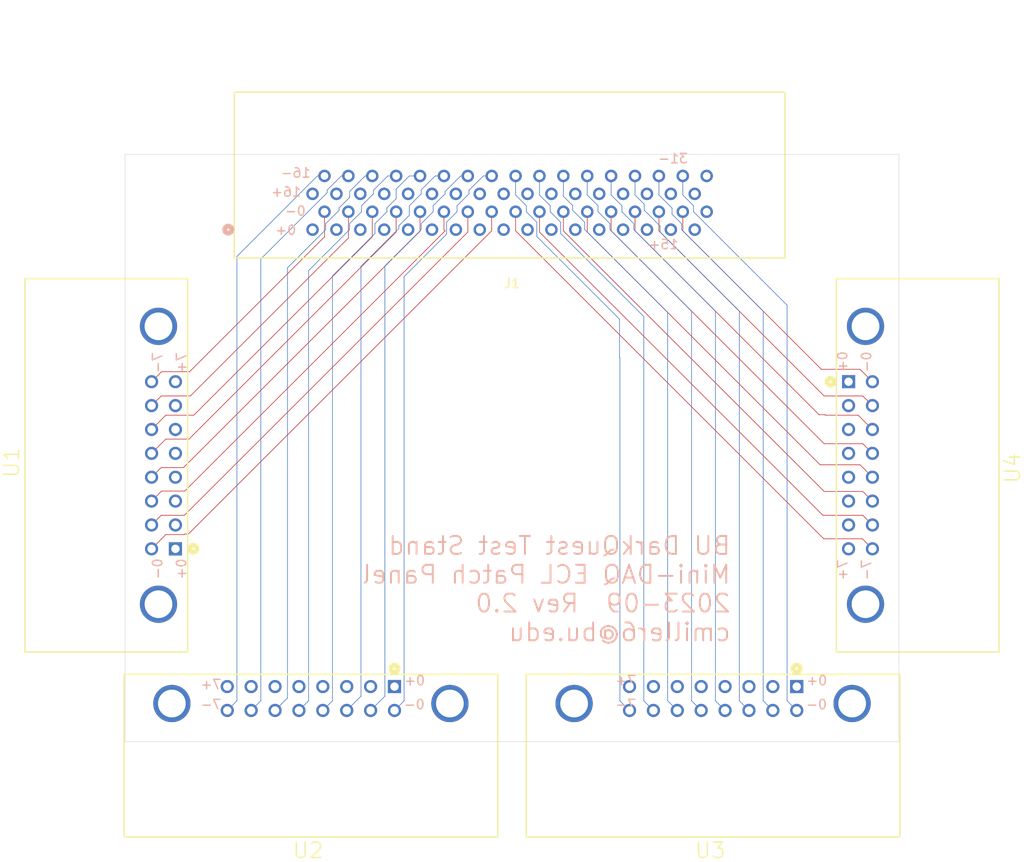
<source format=kicad_pcb>
(kicad_pcb (version 20221018) (generator pcbnew)
  (title_block (title "DarkQuest Mini-DAQ ECL Patch Panel") (rev "2.0"))
  (layers (0 "F.Cu" signal) (1 "In1.Cu" signal) (2 "In2.Cu" signal) (31 "B.Cu" signal) (34 "B.Paste" user) (35 "F.Paste" user) (36 "B.SilkS" user "B.Silkscreen") (37 "F.SilkS" user "F.Silkscreen") (38 "B.Mask" user) (39 "F.Mask" user) (44 "Edge.Cuts" user))
  (net 0 "")
  (net 1 "Net-(J1-Pad1)")
  (net 2 "Net-(J1-Pad2)")
  (net 3 "Net-(J1-Pad3)")
  (net 4 "Net-(J1-Pad4)")
  (net 5 "Net-(J1-Pad5)")
  (net 6 "Net-(J1-Pad6)")
  (net 7 "Net-(J1-Pad7)")
  (net 8 "Net-(J1-Pad8)")
  (net 9 "Net-(J1-Pad9)")
  (net 10 "Net-(J1-Pad10)")
  (net 11 "Net-(J1-Pad11)")
  (net 12 "Net-(J1-Pad12)")
  (net 13 "Net-(J1-Pad13)")
  (net 14 "Net-(J1-Pad14)")
  (net 15 "Net-(J1-Pad15)")
  (net 16 "Net-(J1-Pad16)")
  (net 17 "Net-(J1-Pad17)")
  (net 18 "Net-(J1-Pad18)")
  (net 19 "Net-(J1-Pad19)")
  (net 20 "Net-(J1-Pad20)")
  (net 21 "Net-(J1-Pad21)")
  (net 22 "Net-(J1-Pad22)")
  (net 23 "Net-(J1-Pad23)")
  (net 24 "Net-(J1-Pad24)")
  (net 25 "Net-(J1-Pad25)")
  (net 26 "Net-(J1-Pad26)")
  (net 27 "Net-(J1-Pad27)")
  (net 28 "Net-(J1-Pad28)")
  (net 29 "Net-(J1-Pad29)")
  (net 30 "Net-(J1-Pad30)")
  (net 31 "Net-(J1-Pad31)")
  (net 32 "Net-(J1-Pad32)")
  (net 33 "Net-(J1-Pad33)")
  (net 34 "Net-(J1-Pad34)")
  (net 35 "Net-(J1-Pad35)")
  (net 36 "Net-(J1-Pad36)")
  (net 37 "Net-(J1-Pad37)")
  (net 38 "Net-(J1-Pad38)")
  (net 39 "Net-(J1-Pad39)")
  (net 40 "Net-(J1-Pad40)")
  (net 41 "Net-(J1-Pad41)")
  (net 42 "Net-(J1-Pad42)")
  (net 43 "Net-(J1-Pad43)")
  (net 44 "Net-(J1-Pad44)")
  (net 47 "Net-(J1-Pad45)")
  (net 48 "Net-(J1-Pad46)")
  (net 49 "Net-(J1-Pad47)")
  (net 52 "Net-(J1-Pad48)")
  (net 53 "Net-(J1-Pad49)")
  (net 54 "Net-(J1-Pad50)")
  (net 55 "Net-(J1-Pad51)")
  (net 56 "Net-(J1-Pad52)")
  (net 57 "Net-(J1-Pad53)")
  (net 58 "Net-(J1-Pad54)")
  (net 59 "Net-(J1-Pad55)")
  (net 60 "Net-(J1-Pad56)")
  (net 61 "Net-(J1-Pad57)")
  (net 62 "Net-(J1-Pad58)")
  (net 63 "Net-(J1-Pad59)")
  (net 64 "Net-(J1-Pad60)")
  (net 65 "Net-(J1-Pad61)")
  (net 66 "Net-(J1-Pad62)")
  (net 67 "Net-(J1-Pad63)")
  (net 68 "Net-(J1-Pad64)")
  (footprint "Connector:3M_N3408-5202RB" (layer "F.Cu") (at 61.7474 83.6168 90)
    (fp_text reference "U1" (at -8.590475 -14.893645 90) (layer "F.SilkS") (effects (font (size 1.641016 1.641016))))
    (fp_text value "N3408-5202RB")
    (fp_text user "0-" (at -19.8954 0.635229 90) (layer "B.SilkS") (effects (font (size 1.000362 1.000362)) (justify mirror)))
    (fp_text user "7+" (at 2.032 3.17973 90) (layer "B.SilkS") (effects (font (size 1.001488 1.001488)) (justify mirror)))
    (fp_text user "7-" (at 2.032 0.635224 90) (layer "B.SilkS") (effects (font (size 1.000354 1.000354)) (justify mirror)))
    (fp_text user "0+" (at -19.921 3.18024 90) (layer "B.SilkS") (effects (font (size 1.001654 1.001654)) (justify mirror)))
    (fp_line (start -28.7528 -13.462) (end -28.7528 3.8354) (stroke (width 0.1524)) (layer "F.SilkS"))
    (fp_line (start -28.7528 3.8354) (end 10.9728 3.8354) (stroke (width 0.1524)) (layer "F.SilkS"))
    (fp_line (start 10.9728 -13.462) (end -28.7528 -13.462) (stroke (width 0.1524)) (layer "F.SilkS"))
    (fp_line (start 10.9728 3.8354) (end 10.9728 -13.462) (stroke (width 0.1524)) (layer "F.SilkS"))
    (fp_arc (start -18.161 4.445) (mid -17.78 4.064) (end -17.399 4.445) (stroke (width 0.508)) (layer "F.SilkS"))
    (fp_arc (start -17.399 4.445) (mid -17.78 4.826) (end -18.161 4.445) (stroke (width 0.508)) (layer "F.SilkS"))
    (pad "1" thru_hole rect (at -17.78 2.54 90) (size 1.397 1.397) (drill 0.889) (layers "*.Cu" "*.Mask") (net 29 "Net-(J1-Pad29)"))
    (pad "2" thru_hole circle (at -17.78 0 90) (size 1.397 1.397) (drill 0.889) (layers "*.Cu" "*.Mask") (net 31 "Net-(J1-Pad31)"))
    (pad "3" thru_hole circle (at -15.24 2.54 90) (size 1.397 1.397) (drill 0.889) (layers "*.Cu" "*.Mask") (net 25 "Net-(J1-Pad25)"))
    (pad "4" thru_hole circle (at -15.24 0 90) (size 1.397 1.397) (drill 0.889) (layers "*.Cu" "*.Mask") (net 27 "Net-(J1-Pad27)"))
    (pad "5" thru_hole circle (at -12.7 2.54 90) (size 1.397 1.397) (drill 0.889) (layers "*.Cu" "*.Mask") (net 21 "Net-(J1-Pad21)"))
    (pad "6" thru_hole circle (at -12.7 0 90) (size 1.397 1.397) (drill 0.889) (layers "*.Cu" "*.Mask") (net 23 "Net-(J1-Pad23)"))
    (pad "7" thru_hole circle (at -10.16 2.54 90) (size 1.397 1.397) (drill 0.889) (layers "*.Cu" "*.Mask") (net 17 "Net-(J1-Pad17)"))
    (pad "8" thru_hole circle (at -10.16 0 90) (size 1.397 1.397) (drill 0.889) (layers "*.Cu" "*.Mask") (net 19 "Net-(J1-Pad19)"))
    (pad "9" thru_hole circle (at -7.62 2.54 90) (size 1.397 1.397) (drill 0.889) (layers "*.Cu" "*.Mask") (net 13 "Net-(J1-Pad13)"))
    (pad "10" thru_hole circle (at -7.62 0 90) (size 1.397 1.397) (drill 0.889) (layers "*.Cu" "*.Mask") (net 15 "Net-(J1-Pad15)"))
    (pad "11" thru_hole circle (at -5.08 2.54 90) (size 1.397 1.397) (drill 0.889) (layers "*.Cu" "*.Mask") (net 9 "Net-(J1-Pad9)"))
    (pad "12" thru_hole circle (at -5.08 0 90) (size 1.397 1.397) (drill 0.889) (layers "*.Cu" "*.Mask") (net 11 "Net-(J1-Pad11)"))
    (pad "13" thru_hole circle (at -2.54 2.54 90) (size 1.397 1.397) (drill 0.889) (layers "*.Cu" "*.Mask") (net 5 "Net-(J1-Pad5)"))
    (pad "14" thru_hole circle (at -2.54 0 90) (size 1.397 1.397) (drill 0.889) (layers "*.Cu" "*.Mask") (net 7 "Net-(J1-Pad7)"))
    (pad "15" thru_hole circle (at 0 2.54 90) (size 1.397 1.397) (drill 0.889) (layers "*.Cu" "*.Mask") (net 1 "Net-(J1-Pad1)"))
    (pad "16" thru_hole circle (at 0 0 90) (size 1.397 1.397) (drill 0.889) (layers "*.Cu" "*.Mask") (net 3 "Net-(J1-Pad3)"))
    (pad "17" thru_hole circle (at -23.6728 0.7366 90) (size 3.9624 3.9624) (drill 2.9464) (layers "*.Cu" "*.Mask"))
    (pad "18" thru_hole circle (at 5.8928 0.7366 90) (size 3.9624 3.9624) (drill 2.9464) (layers "*.Cu" "*.Mask"))
  )
  (footprint "Connector:3M_N3408-5202RB" (layer "F.Cu") (at 112.5728 118.5926 180)
    (fp_text reference "U3" (at -8.590475 -14.893645 180) (layer "F.SilkS") (effects (font (size 1.641016 1.641016))))
    (fp_text value "N3408-5202RB")
    (fp_text user "7-" (at 0.381135 0.635224 180) (layer "B.SilkS") (effects (font (size 1.000354 1.000354)) (justify mirror)))
    (fp_text user "7+" (at 0.381568 3.17973 180) (layer "B.SilkS") (effects (font (size 1.001488 1.001488)) (justify mirror)))
    (fp_text user "0-" (at -19.8954 0.635229 180) (layer "B.SilkS") (effects (font (size 1.000362 1.000362)) (justify mirror)))
    (fp_text user "0+" (at -19.921 3.18024 180) (layer "B.SilkS") (effects (font (size 1.001654 1.001654)) (justify mirror)))
    (fp_line (start -28.7528 -13.462) (end -28.7528 3.8354) (stroke (width 0.1524)) (layer "F.SilkS"))
    (fp_line (start -28.7528 3.8354) (end 10.9728 3.8354) (stroke (width 0.1524)) (layer "F.SilkS"))
    (fp_line (start 10.9728 -13.462) (end -28.7528 -13.462) (stroke (width 0.1524)) (layer "F.SilkS"))
    (fp_line (start 10.9728 3.8354) (end 10.9728 -13.462) (stroke (width 0.1524)) (layer "F.SilkS"))
    (fp_arc (start -18.161 4.445) (mid -17.78 4.064) (end -17.399 4.445) (stroke (width 0.508)) (layer "F.SilkS"))
    (fp_arc (start -17.399 4.445) (mid -17.78 4.826) (end -18.161 4.445) (stroke (width 0.508)) (layer "F.SilkS"))
    (pad "1" thru_hole rect (at -17.78 2.54 180) (size 1.397 1.397) (drill 0.889) (layers "*.Cu" "*.Mask") (net 66 "Net-(J1-Pad62)"))
    (pad "2" thru_hole circle (at -17.78 0 180) (size 1.397 1.397) (drill 0.889) (layers "*.Cu" "*.Mask") (net 68 "Net-(J1-Pad64)"))
    (pad "3" thru_hole circle (at -15.24 2.54 180) (size 1.397 1.397) (drill 0.889) (layers "*.Cu" "*.Mask") (net 62 "Net-(J1-Pad58)"))
    (pad "4" thru_hole circle (at -15.24 0 180) (size 1.397 1.397) (drill 0.889) (layers "*.Cu" "*.Mask") (net 64 "Net-(J1-Pad60)"))
    (pad "5" thru_hole circle (at -12.7 2.54 180) (size 1.397 1.397) (drill 0.889) (layers "*.Cu" "*.Mask") (net 58 "Net-(J1-Pad54)"))
    (pad "6" thru_hole circle (at -12.7 0 180) (size 1.397 1.397) (drill 0.889) (layers "*.Cu" "*.Mask") (net 60 "Net-(J1-Pad56)"))
    (pad "7" thru_hole circle (at -10.16 2.54 180) (size 1.397 1.397) (drill 0.889) (layers "*.Cu" "*.Mask") (net 54 "Net-(J1-Pad50)"))
    (pad "8" thru_hole circle (at -10.16 0 180) (size 1.397 1.397) (drill 0.889) (layers "*.Cu" "*.Mask") (net 56 "Net-(J1-Pad52)"))
    (pad "9" thru_hole circle (at -7.62 2.54 180) (size 1.397 1.397) (drill 0.889) (layers "*.Cu" "*.Mask") (net 48 "Net-(J1-Pad46)"))
    (pad "10" thru_hole circle (at -7.62 0 180) (size 1.397 1.397) (drill 0.889) (layers "*.Cu" "*.Mask") (net 52 "Net-(J1-Pad48)"))
    (pad "11" thru_hole circle (at -5.08 2.54 180) (size 1.397 1.397) (drill 0.889) (layers "*.Cu" "*.Mask") (net 42 "Net-(J1-Pad42)"))
    (pad "12" thru_hole circle (at -5.08 0 180) (size 1.397 1.397) (drill 0.889) (layers "*.Cu" "*.Mask") (net 44 "Net-(J1-Pad44)"))
    (pad "13" thru_hole circle (at -2.54 2.54 180) (size 1.397 1.397) (drill 0.889) (layers "*.Cu" "*.Mask") (net 38 "Net-(J1-Pad38)"))
    (pad "14" thru_hole circle (at -2.54 0 180) (size 1.397 1.397) (drill 0.889) (layers "*.Cu" "*.Mask") (net 40 "Net-(J1-Pad40)"))
    (pad "15" thru_hole circle (at 0 2.54 180) (size 1.397 1.397) (drill 0.889) (layers "*.Cu" "*.Mask") (net 34 "Net-(J1-Pad34)"))
    (pad "16" thru_hole circle (at 0 0 180) (size 1.397 1.397) (drill 0.889) (layers "*.Cu" "*.Mask") (net 36 "Net-(J1-Pad36)"))
    (pad "17" thru_hole circle (at -23.6728 0.7366 180) (size 3.9624 3.9624) (drill 2.9464) (layers "*.Cu" "*.Mask"))
    (pad "18" thru_hole circle (at 5.8928 0.7366 180) (size 3.9624 3.9624) (drill 2.9464) (layers "*.Cu" "*.Mask"))
  )
  (footprint "Connector:3M_N3408-5202RB" (layer "F.Cu") (at 138.4046 101.3968 -90)
    (fp_text reference "U4" (at -8.590475 -14.893645 90) (layer "F.SilkS") (effects (font (size 1.641016 1.641016))))
    (fp_text value "N3408-5202RB")
    (fp_text user "7+" (at 2.2352 3.17973 -270) (layer "B.SilkS") (effects (font (size 1.001488 1.001488)) (justify mirror)))
    (fp_text user "0+" (at -19.921 3.18024 -270) (layer "B.SilkS") (effects (font (size 1.001654 1.001654)) (justify mirror)))
    (fp_text user "0-" (at -19.8954 0.635229 -270) (layer "B.SilkS") (effects (font (size 1.000362 1.000362)) (justify mirror)))
    (fp_text user "7-" (at 2.2352 0.635224 -270) (layer "B.SilkS") (effects (font (size 1.000354 1.000354)) (justify mirror)))
    (fp_line (start -28.7528 -13.462) (end -28.7528 3.8354) (stroke (width 0.1524)) (layer "F.SilkS"))
    (fp_line (start -28.7528 3.8354) (end 10.9728 3.8354) (stroke (width 0.1524)) (layer "F.SilkS"))
    (fp_line (start 10.9728 -13.462) (end -28.7528 -13.462) (stroke (width 0.1524)) (layer "F.SilkS"))
    (fp_line (start 10.9728 3.8354) (end 10.9728 -13.462) (stroke (width 0.1524)) (layer "F.SilkS"))
    (fp_arc (start -18.161 4.445) (mid -17.78 4.064) (end -17.399 4.445) (stroke (width 0.508)) (layer "F.SilkS"))
    (fp_arc (start -17.399 4.445) (mid -17.78 4.826) (end -18.161 4.445) (stroke (width 0.508)) (layer "F.SilkS"))
    (pad "1" thru_hole rect (at -17.78 2.54 270) (size 1.397 1.397) (drill 0.889) (layers "*.Cu" "*.Mask") (net 65 "Net-(J1-Pad61)"))
    (pad "2" thru_hole circle (at -17.78 0 270) (size 1.397 1.397) (drill 0.889) (layers "*.Cu" "*.Mask") (net 67 "Net-(J1-Pad63)"))
    (pad "3" thru_hole circle (at -15.24 2.54 270) (size 1.397 1.397) (drill 0.889) (layers "*.Cu" "*.Mask") (net 61 "Net-(J1-Pad57)"))
    (pad "4" thru_hole circle (at -15.24 0 270) (size 1.397 1.397) (drill 0.889) (layers "*.Cu" "*.Mask") (net 63 "Net-(J1-Pad59)"))
    (pad "5" thru_hole circle (at -12.7 2.54 270) (size 1.397 1.397) (drill 0.889) (layers "*.Cu" "*.Mask") (net 57 "Net-(J1-Pad53)"))
    (pad "6" thru_hole circle (at -12.7 0 270) (size 1.397 1.397) (drill 0.889) (layers "*.Cu" "*.Mask") (net 59 "Net-(J1-Pad55)"))
    (pad "7" thru_hole circle (at -10.16 2.54 270) (size 1.397 1.397) (drill 0.889) (layers "*.Cu" "*.Mask") (net 53 "Net-(J1-Pad49)"))
    (pad "8" thru_hole circle (at -10.16 0 270) (size 1.397 1.397) (drill 0.889) (layers "*.Cu" "*.Mask") (net 55 "Net-(J1-Pad51)"))
    (pad "9" thru_hole circle (at -7.62 2.54 270) (size 1.397 1.397) (drill 0.889) (layers "*.Cu" "*.Mask") (net 47 "Net-(J1-Pad45)"))
    (pad "10" thru_hole circle (at -7.62 0 270) (size 1.397 1.397) (drill 0.889) (layers "*.Cu" "*.Mask") (net 49 "Net-(J1-Pad47)"))
    (pad "11" thru_hole circle (at -5.08 2.54 270) (size 1.397 1.397) (drill 0.889) (layers "*.Cu" "*.Mask") (net 41 "Net-(J1-Pad41)"))
    (pad "12" thru_hole circle (at -5.08 0 270) (size 1.397 1.397) (drill 0.889) (layers "*.Cu" "*.Mask") (net 43 "Net-(J1-Pad43)"))
    (pad "13" thru_hole circle (at -2.54 2.54 270) (size 1.397 1.397) (drill 0.889) (layers "*.Cu" "*.Mask") (net 37 "Net-(J1-Pad37)"))
    (pad "14" thru_hole circle (at -2.54 0 270) (size 1.397 1.397) (drill 0.889) (layers "*.Cu" "*.Mask") (net 39 "Net-(J1-Pad39)"))
    (pad "15" thru_hole circle (at 0 2.54 270) (size 1.397 1.397) (drill 0.889) (layers "*.Cu" "*.Mask") (net 33 "Net-(J1-Pad33)"))
    (pad "16" thru_hole circle (at 0 0 270) (size 1.397 1.397) (drill 0.889) (layers "*.Cu" "*.Mask") (net 35 "Net-(J1-Pad35)"))
    (pad "17" thru_hole circle (at -23.6728 0.7366 270) (size 3.9624 3.9624) (drill 2.9464) (layers "*.Cu" "*.Mask"))
    (pad "18" thru_hole circle (at 5.8928 0.7366 270) (size 3.9624 3.9624) (drill 2.9464) (layers "*.Cu" "*.Mask"))
  )
  (footprint "Connector:CONN_P50E-068P1-SR1-EA_3MM" (layer "F.Cu") (at 78.867 67.437)
    (fp_text reference "J1" (at 21.209 5.715 unlocked) (layer "F.SilkS"))
    (fp_text value "P50E-068P1-SR1-EA")
    (fp_circle (center -8.961996 0) (end -8.580996 0) (stroke (width 0.508)) (fill none) (layer "B.SilkS"))
    (fp_line (start -8.326983 -14.632) (end -8.326983 3.021) (stroke (width 0.1524)) (layer "F.SilkS"))
    (fp_line (start -8.326983 3.021) (end 50.236983 3.021) (stroke (width 0.1524)) (layer "F.SilkS"))
    (fp_line (start 50.236983 -14.632) (end -8.326983 -14.632) (stroke (width 0.1524)) (layer "F.SilkS"))
    (fp_line (start 50.236983 3.021) (end 50.236983 -14.632) (stroke (width 0.1524)) (layer "F.SilkS"))
    (fp_circle (center -8.961996 0) (end -8.580996 0) (stroke (width 0.508)) (fill none) (layer "F.SilkS"))
    (pad "" np_thru_hole circle (at -5.715 -1.905) (size 2.3114 2.3114) (drill 2.3114) (layers "F&B.Cu" "*.Mask"))
    (pad "" np_thru_hole circle (at 47.625 -1.905) (size 2.3114 2.3114) (drill 2.3114) (layers "*.Cu" "*.Mask"))
    (pad "1" thru_hole circle (at 0 0) (size 1.3208 1.3208) (drill 0.8128) (layers "*.Cu" "*.Mask") (net 1 "Net-(J1-Pad1)"))
    (pad "2" thru_hole circle (at 0 -3.81) (size 1.3208 1.3208) (drill 0.8128) (layers "*.Cu" "*.Mask") (net 2 "Net-(J1-Pad2)"))
    (pad "3" thru_hole circle (at 1.27 -1.905) (size 1.3208 1.3208) (drill 0.8128) (layers "*.Cu" "*.Mask") (net 3 "Net-(J1-Pad3)"))
    (pad "4" thru_hole circle (at 1.27 -5.715) (size 1.3208 1.3208) (drill 0.8128) (layers "*.Cu" "*.Mask") (net 4 "Net-(J1-Pad4)"))
    (pad "5" thru_hole circle (at 2.54 0) (size 1.3208 1.3208) (drill 0.8128) (layers "*.Cu" "*.Mask") (net 5 "Net-(J1-Pad5)"))
    (pad "6" thru_hole circle (at 2.54 -3.81) (size 1.3208 1.3208) (drill 0.8128) (layers "*.Cu" "*.Mask") (net 6 "Net-(J1-Pad6)"))
    (pad "7" thru_hole circle (at 3.81 -1.905) (size 1.3208 1.3208) (drill 0.8128) (layers "*.Cu" "*.Mask") (net 7 "Net-(J1-Pad7)"))
    (pad "8" thru_hole circle (at 3.81 -5.715) (size 1.3208 1.3208) (drill 0.8128) (layers "*.Cu" "*.Mask") (net 8 "Net-(J1-Pad8)"))
    (pad "9" thru_hole circle (at 5.08 0) (size 1.3208 1.3208) (drill 0.8128) (layers "*.Cu" "*.Mask") (net 9 "Net-(J1-Pad9)"))
    (pad "10" thru_hole circle (at 5.08 -3.81) (size 1.3208 1.3208) (drill 0.8128) (layers "*.Cu" "*.Mask") (net 10 "Net-(J1-Pad10)"))
    (pad "11" thru_hole circle (at 6.35 -1.905) (size 1.3208 1.3208) (drill 0.8128) (layers "*.Cu" "*.Mask") (net 11 "Net-(J1-Pad11)"))
    (pad "12" thru_hole circle (at 6.35 -5.715) (size 1.3208 1.3208) (drill 0.8128) (layers "*.Cu" "*.Mask") (net 12 "Net-(J1-Pad12)"))
    (pad "13" thru_hole circle (at 7.62 0) (size 1.3208 1.3208) (drill 0.8128) (layers "*.Cu" "*.Mask") (net 13 "Net-(J1-Pad13)"))
    (pad "14" thru_hole circle (at 7.62 -3.81) (size 1.3208 1.3208) (drill 0.8128) (layers "*.Cu" "*.Mask") (net 14 "Net-(J1-Pad14)"))
    (pad "15" thru_hole circle (at 8.89 -1.905) (size 1.3208 1.3208) (drill 0.8128) (layers "*.Cu" "*.Mask") (net 15 "Net-(J1-Pad15)"))
    (pad "16" thru_hole circle (at 8.89 -5.715) (size 1.3208 1.3208) (drill 0.8128) (layers "*.Cu" "*.Mask") (net 16 "Net-(J1-Pad16)"))
    (pad "17" thru_hole circle (at 10.16 0) (size 1.3208 1.3208) (drill 0.8128) (layers "*.Cu" "*.Mask") (net 17 "Net-(J1-Pad17)"))
    (pad "18" thru_hole circle (at 10.16 -3.81) (size 1.3208 1.3208) (drill 0.8128) (layers "*.Cu" "*.Mask") (net 18 "Net-(J1-Pad18)"))
    (pad "19" thru_hole circle (at 11.43 -1.905) (size 1.3208 1.3208) (drill 0.8128) (layers "*.Cu" "*.Mask") (net 19 "Net-(J1-Pad19)"))
    (pad "20" thru_hole circle (at 11.43 -5.715) (size 1.3208 1.3208) (drill 0.8128) (layers "*.Cu" "*.Mask") (net 20 "Net-(J1-Pad20)"))
    (pad "21" thru_hole circle (at 12.7 0) (size 1.3208 1.3208) (drill 0.8128) (layers "*.Cu" "*.Mask") (net 21 "Net-(J1-Pad21)"))
    (pad "22" thru_hole circle (at 12.7 -3.81) (size 1.3208 1.3208) (drill 0.8128) (layers "*.Cu" "*.Mask") (net 22 "Net-(J1-Pad22)"))
    (pad "23" thru_hole circle (at 13.97 -1.905) (size 1.3208 1.3208) (drill 0.8128) (layers "*.Cu" "*.Mask") (net 23 "Net-(J1-Pad23)"))
    (pad "24" thru_hole circle (at 13.97 -5.715) (size 1.3208 1.3208) (drill 0.8128) (layers "*.Cu" "*.Mask") (net 24 "Net-(J1-Pad24)"))
    (pad "25" thru_hole circle (at 15.24 0) (size 1.3208 1.3208) (drill 0.8128) (layers "*.Cu" "*.Mask") (net 25 "Net-(J1-Pad25)"))
    (pad "26" thru_hole circle (at 15.24 -3.81) (size 1.3208 1.3208) (drill 0.8128) (layers "*.Cu" "*.Mask") (net 26 "Net-(J1-Pad26)"))
    (pad "27" thru_hole circle (at 16.51 -1.905) (size 1.3208 1.3208) (drill 0.8128) (layers "*.Cu" "*.Mask") (net 27 "Net-(J1-Pad27)"))
    (pad "28" thru_hole circle (at 16.51 -5.715) (size 1.3208 1.3208) (drill 0.8128) (layers "*.Cu" "*.Mask") (net 28 "Net-(J1-Pad28)"))
    (pad "29" thru_hole circle (at 17.78 0) (size 1.3208 1.3208) (drill 0.8128) (layers "*.Cu" "*.Mask") (net 29 "Net-(J1-Pad29)"))
    (pad "30" thru_hole circle (at 17.78 -3.81) (size 1.3208 1.3208) (drill 0.8128) (layers "*.Cu" "*.Mask") (net 30 "Net-(J1-Pad30)"))
    (pad "31" thru_hole circle (at 19.05 -1.905) (size 1.3208 1.3208) (drill 0.8128) (layers "*.Cu" "*.Mask") (net 31 "Net-(J1-Pad31)"))
    (pad "32" thru_hole circle (at 19.05 -5.715) (size 1.3208 1.3208) (drill 0.8128) (layers "*.Cu" "*.Mask") (net 32 "Net-(J1-Pad32)"))
    (pad "33" thru_hole circle (at 20.32 0) (size 1.3208 1.3208) (drill 0.8128) (layers "*.Cu" "*.Mask") (net 33 "Net-(J1-Pad33)"))
    (pad "34" thru_hole circle (at 20.32 -3.81) (size 1.3208 1.3208) (drill 0.8128) (layers "*.Cu" "*.Mask") (net 34 "Net-(J1-Pad34)"))
    (pad "35" thru_hole circle (at 21.59 -1.905) (size 1.3208 1.3208) (drill 0.8128) (layers "*.Cu" "*.Mask") (net 35 "Net-(J1-Pad35)"))
    (pad "36" thru_hole circle (at 21.59 -5.715) (size 1.3208 1.3208) (drill 0.8128) (layers "*.Cu" "*.Mask") (net 36 "Net-(J1-Pad36)"))
    (pad "37" thru_hole circle (at 22.86 0) (size 1.3208 1.3208) (drill 0.8128) (layers "*.Cu" "*.Mask") (net 37 "Net-(J1-Pad37)"))
    (pad "38" thru_hole circle (at 22.86 -3.81) (size 1.3208 1.3208) (drill 0.8128) (layers "*.Cu" "*.Mask") (net 38 "Net-(J1-Pad38)"))
    (pad "39" thru_hole circle (at 24.13 -1.905) (size 1.3208 1.3208) (drill 0.8128) (layers "*.Cu" "*.Mask") (net 39 "Net-(J1-Pad39)"))
    (pad "40" thru_hole circle (at 24.13 -5.715) (size 1.3208 1.3208) (drill 0.8128) (layers "*.Cu" "*.Mask") (net 40 "Net-(J1-Pad40)"))
    (pad "41" thru_hole circle (at 25.4 0) (size 1.3208 1.3208) (drill 0.8128) (layers "*.Cu" "*.Mask") (net 41 "Net-(J1-Pad41)"))
    (pad "42" thru_hole circle (at 25.4 -3.81) (size 1.3208 1.3208) (drill 0.8128) (layers "*.Cu" "*.Mask") (net 42 "Net-(J1-Pad42)"))
    (pad "43" thru_hole circle (at 26.67 -1.905) (size 1.3208 1.3208) (drill 0.8128) (layers "*.Cu" "*.Mask") (net 43 "Net-(J1-Pad43)"))
    (pad "44" thru_hole circle (at 26.67 -5.715) (size 1.3208 1.3208) (drill 0.8128) (layers "*.Cu" "*.Mask") (net 44 "Net-(J1-Pad44)"))
    (pad "45" thru_hole circle (at 27.94 0) (size 1.3208 1.3208) (drill 0.8128) (layers "*.Cu" "*.Mask") (net 47 "Net-(J1-Pad45)"))
    (pad "46" thru_hole circle (at 27.94 -3.81) (size 1.3208 1.3208) (drill 0.8128) (layers "*.Cu" "*.Mask") (net 48 "Net-(J1-Pad46)"))
    (pad "47" thru_hole circle (at 29.21 -1.905) (size 1.3208 1.3208) (drill 0.8128) (layers "*.Cu" "*.Mask") (net 49 "Net-(J1-Pad47)"))
    (pad "48" thru_hole circle (at 29.21 -5.715) (size 1.3208 1.3208) (drill 0.8128) (layers "*.Cu" "*.Mask") (net 52 "Net-(J1-Pad48)"))
    (pad "49" thru_hole circle (at 30.48 0) (size 1.3208 1.3208) (drill 0.8128) (layers "*.Cu" "*.Mask") (net 53 "Net-(J1-Pad49)"))
    (pad "50" thru_hole circle (at 30.48 -3.81) (size 1.3208 1.3208) (drill 0.8128) (layers "*.Cu" "*.Mask") (net 54 "Net-(J1-Pad50)"))
    (pad "51" thru_hole circle (at 31.75 -1.905) (size 1.3208 1.3208) (drill 0.8128) (layers "*.Cu" "*.Mask") (net 55 "Net-(J1-Pad51)"))
    (pad "52" thru_hole circle (at 31.75 -5.715) (size 1.3208 1.3208) (drill 0.8128) (layers "*.Cu" "*.Mask") (net 56 "Net-(J1-Pad52)"))
    (pad "53" thru_hole circle (at 33.02 0) (size 1.3208 1.3208) (drill 0.8128) (layers "*.Cu" "*.Mask") (net 57 "Net-(J1-Pad53)"))
    (pad "54" thru_hole circle (at 33.02 -3.81) (size 1.3208 1.3208) (drill 0.8128) (layers "*.Cu" "*.Mask") (net 58 "Net-(J1-Pad54)"))
    (pad "55" thru_hole circle (at 34.29 -1.905) (size 1.3208 1.3208) (drill 0.8128) (layers "*.Cu" "*.Mask") (net 59 "Net-(J1-Pad55)"))
    (pad "56" thru_hole circle (at 34.29 -5.715) (size 1.3208 1.3208) (drill 0.8128) (layers "*.Cu" "*.Mask") (net 60 "Net-(J1-Pad56)"))
    (pad "57" thru_hole circle (at 35.56 0) (size 1.3208 1.3208) (drill 0.8128) (layers "*.Cu" "*.Mask") (net 61 "Net-(J1-Pad57)"))
    (pad "58" thru_hole circle (at 35.56 -3.81) (size 1.3208 1.3208) (drill 0.8128) (layers "*.Cu" "*.Mask") (net 62 "Net-(J1-Pad58)"))
    (pad "59" thru_hole circle (at 36.83 -1.905) (size 1.3208 1.3208) (drill 0.8128) (layers "*.Cu" "*.Mask") (net 63 "Net-(J1-Pad59)"))
    (pad "60" thru_hole circle (at 36.83 -5.715) (size 1.3208 1.3208) (drill 0.8128) (layers "*.Cu" "*.Mask") (net 64 "Net-(J1-Pad60)"))
    (pad "61" thru_hole circle (at 38.1 0) (size 1.3208 1.3208) (drill 0.8128) (layers "*.Cu" "*.Mask") (net 65 "Net-(J1-Pad61)"))
    (pad "62" thru_hole circle (at 38.1 -3.81) (size 1.3208 1.3208) (drill 0.8128) (layers "*.Cu" "*.Mask") (net 66 "Net-(J1-Pad62)"))
    (pad "63" thru_hole circle (at 39.37 -1.905) (size 1.3208 1.3208) (drill 0.8128) (layers "*.Cu" "*.Mask") (net 67 "Net-(J1-Pad63)"))
    (pad "64" thru_hole circle (at 39.37 -5.715) (size 1.3208 1.3208) (drill 0.8128) (layers "*.Cu" "*.Mask") (net 68 "Net-(J1-Pad64)"))
    (pad "65" thru_hole circle (at 40.64 0) (size 1.3208 1.3208) (drill 0.8128) (layers "*.Cu" "*.Mask"))
    (pad "66" thru_hole circle (at 40.64 -3.81) (size 1.3208 1.3208) (drill 0.8128) (layers "*.Cu" "*.Mask"))
    (pad "67" thru_hole circle (at 41.91 -1.905) (size 1.3208 1.3208) (drill 0.8128) (layers "*.Cu" "*.Mask"))
    (pad "68" thru_hole circle (at 41.91 -5.715) (size 1.3208 1.3208) (drill 0.8128) (layers "*.Cu" "*.Mask"))
  )
  (footprint "Connector:3M_N3408-5202RB" (layer "F.Cu") (at 69.7992 118.5926 180)
    (fp_text reference "U2" (at -8.590475 -14.893645) (layer "F.SilkS") (effects (font (size 1.641016 1.641016))))
    (fp_text value "N3408-5202RB")
    (fp_text user "0-" (at -19.8954 0.635229) (layer "B.SilkS") (effects (font (size 1.000362 1.000362)) (justify mirror)))
    (fp_text user "0+" (at -19.921 3.18024) (layer "B.SilkS") (effects (font (size 1.001654 1.001654)) (justify mirror)))
    (fp_text user "7-" (at 1.7272 0.635224) (layer "B.SilkS") (effects (font (size 1.000354 1.000354)) (justify mirror)))
    (fp_text user "7+" (at 1.7272 2.7686) (layer "B.SilkS") (effects (font (size 1.001488 1.001488)) (justify mirror)))
    (fp_line (start -28.7528 -13.462) (end -28.7528 3.8354) (stroke (width 0.1524)) (layer "F.SilkS"))
    (fp_line (start -28.7528 3.8354) (end 10.9728 3.8354) (stroke (width 0.1524)) (layer "F.SilkS"))
    (fp_line (start 10.9728 -13.462) (end -28.7528 -13.462) (stroke (width 0.1524)) (layer "F.SilkS"))
    (fp_line (start 10.9728 3.8354) (end 10.9728 -13.462) (stroke (width 0.1524)) (layer "F.SilkS"))
    (fp_arc (start -18.161 4.445) (mid -17.78 4.064) (end -17.399 4.445) (stroke (width 0.508)) (layer "F.SilkS"))
    (fp_arc (start -17.399 4.445) (mid -17.78 4.826) (end -18.161 4.445) (stroke (width 0.508)) (layer "F.SilkS"))
    (pad "1" thru_hole rect (at -17.78 2.54 180) (size 1.397 1.397) (drill 0.889) (layers "*.Cu" "*.Mask") (net 30 "Net-(J1-Pad30)"))
    (pad "2" thru_hole circle (at -17.78 0 180) (size 1.397 1.397) (drill 0.889) (layers "*.Cu" "*.Mask") (net 32 "Net-(J1-Pad32)"))
    (pad "3" thru_hole circle (at -15.24 2.54 180) (size 1.397 1.397) (drill 0.889) (layers "*.Cu" "*.Mask") (net 26 "Net-(J1-Pad26)"))
    (pad "4" thru_hole circle (at -15.24 0 180) (size 1.397 1.397) (drill 0.889) (layers "*.Cu" "*.Mask") (net 28 "Net-(J1-Pad28)"))
    (pad "5" thru_hole circle (at -12.7 2.54 180) (size 1.397 1.397) (drill 0.889) (layers "*.Cu" "*.Mask") (net 22 "Net-(J1-Pad22)"))
    (pad "6" thru_hole circle (at -12.7 0 180) (size 1.397 1.397) (drill 0.889) (layers "*.Cu" "*.Mask") (net 24 "Net-(J1-Pad24)"))
    (pad "7" thru_hole circle (at -10.16 2.54 180) (size 1.397 1.397) (drill 0.889) (layers "*.Cu" "*.Mask") (net 18 "Net-(J1-Pad18)"))
    (pad "8" thru_hole circle (at -10.16 0 180) (size 1.397 1.397) (drill 0.889) (layers "*.Cu" "*.Mask") (net 20 "Net-(J1-Pad20)"))
    (pad "9" thru_hole circle (at -7.62 2.54 180) (size 1.397 1.397) (drill 0.889) (layers "*.Cu" "*.Mask") (net 14 "Net-(J1-Pad14)"))
    (pad "10" thru_hole circle (at -7.62 0 180) (size 1.397 1.397) (drill 0.889) (layers "*.Cu" "*.Mask") (net 16 "Net-(J1-Pad16)"))
    (pad "11" thru_hole circle (at -5.08 2.54 180) (size 1.397 1.397) (drill 0.889) (layers "*.Cu" "*.Mask") (net 10 "Net-(J1-Pad10)"))
    (pad "12" thru_hole circle (at -5.08 0 180) (size 1.397 1.397) (drill 0.889) (layers "*.Cu" "*.Mask") (net 12 "Net-(J1-Pad12)"))
    (pad "13" thru_hole circle (at -2.54 2.54 180) (size 1.397 1.397) (drill 0.889) (layers "*.Cu" "*.Mask") (net 6 "Net-(J1-Pad6)"))
    (pad "14" thru_hole circle (at -2.54 0 180) (size 1.397 1.397) (drill 0.889) (layers "*.Cu" "*.Mask") (net 8 "Net-(J1-Pad8)"))
    (pad "15" thru_hole circle (at 0 2.54 180) (size 1.397 1.397) (drill 0.889) (layers "*.Cu" "*.Mask") (net 2 "Net-(J1-Pad2)"))
    (pad "16" thru_hole circle (at 0 0 180) (size 1.397 1.397) (drill 0.889) (layers "*.Cu" "*.Mask") (net 4 "Net-(J1-Pad4)"))
    (pad "17" thru_hole circle (at -23.6728 0.7366 180) (size 3.9624 3.9624) (drill 2.9464) (layers "*.Cu" "*.Mask"))
    (pad "18" thru_hole circle (at 5.8928 0.7366 180) (size 3.9624 3.9624) (drill 2.9464) (layers "*.Cu" "*.Mask"))
  )
  (gr_line (start 58.928 121.92) (end 58.928 59.436) (stroke (width 0.05)) (layer "Edge.Cuts"))
  (gr_line (start 141.224 121.92) (end 58.928 121.92) (stroke (width 0.05)) (layer "Edge.Cuts"))
  (gr_line (start 58.928 59.436) (end 141.224 59.436) (stroke (width 0.05)) (layer "Edge.Cuts"))
  (gr_line (start 141.224 59.436) (end 141.224 121.92) (stroke (width 0.05)) (layer "Edge.Cuts"))
  (gr_text "15+" (at 117.856 69.596) (layer "B.SilkS") (effects (font (size 1 1)) (justify left bottom mirror)))
  (gr_text "16-" (at 78.74 61.976) (layer "B.SilkS") (effects (font (size 1 1)) (justify left bottom mirror)))
  (gr_text "0+" (at 77.216 68.072) (layer "B.SilkS") (effects (font (size 1 1)) (justify left bottom mirror)))
  (gr_text "31-" (at 118.872 60.452) (layer "B.SilkS") (effects (font (size 1 1)) (justify left bottom mirror)))
  (gr_text "0-" (at 78.232 66.04) (layer "B.SilkS") (effects (font (size 1 1)) (justify left bottom mirror)))
  (gr_text "BU DarkQuest Test Stand\nMini-DAQ ECL Patch Panel\n2023-09  Rev 2.0\ncmiller6@bu.edu" (at 123.444 105.664) (layer "B.SilkS") (effects (font (size 1.905 1.905) (thickness 0.2032)) (justify left mirror)))
  (gr_text "16+" (at 77.724 64.008) (layer "B.SilkS") (effects (font (size 1 1)) (justify left bottom mirror)))
  (segment (start 62.8142 82.55) (end 65.786 82.55) (width 0.06858) (layer "F.Cu") (net 3))
  (segment (start 65.786 82.55) (end 80.137 68.199) (width 0.06858) (layer "F.Cu") (net 3))
  (segment (start 80.137 68.199) (end 80.137 65.532) (width 0.06858) (layer "F.Cu") (net 3))
  (segment (start 61.7474 83.6168) (end 62.8142 82.55) (width 0.06858) (layer "F.Cu") (net 3))
  (segment (start 70.8227 117.5691) (end 70.8227 70.277733) (width 0.06858) (layer "B.Cu") (net 4))
  (segment (start 69.7992 118.5926) (end 70.8227 117.5691) (width 0.06858) (layer "B.Cu") (net 4))
  (segment (start 70.8227 70.277733) (end 79.378433 61.722) (width 0.06858) (layer "B.Cu") (net 4))
  (segment (start 79.378433 61.722) (end 80.137 61.722) (width 0.06858) (layer "B.Cu") (net 4))
  (segment (start 62.7709 85.1333) (end 65.866267 85.1333) (width 0.06858) (layer "F.Cu") (net 7))
  (segment (start 61.7474 86.1568) (end 62.7709 85.1333) (width 0.06858) (layer "F.Cu") (net 7))
  (segment (start 65.866267 85.1333) (end 82.677 68.322567) (width 0.06858) (layer "F.Cu") (net 7))
  (segment (start 82.677 68.322567) (end 82.677 65.532) (width 0.06858) (layer "F.Cu") (net 7))
  (segment (start 73.3627 117.5691) (end 73.3627 70.5589) (width 0.06858) (layer "B.Cu") (net 8))
  (segment (start 80.4216 63.218833) (end 81.918433 61.722) (width 0.06858) (layer "B.Cu") (net 8))
  (segment (start 81.918433 61.722) (end 82.677 61.722) (width 0.06858) (layer "B.Cu") (net 8))
  (segment (start 72.3392 118.5926) (end 73.3627 117.5691) (width 0.06858) (layer "B.Cu") (net 8))
  (segment (start 73.3627 70.5589) (end 80.4216 63.5) (width 0.06858) (layer "B.Cu") (net 8))
  (segment (start 80.4216 63.5) (end 80.4216 63.218833) (width 0.06858) (layer "B.Cu") (net 8))
  (segment (start 66.235699 87.1803) (end 85.217 68.198999) (width 0.06858) (layer "F.Cu") (net 11))
  (segment (start 85.217 68.198999) (end 85.217 65.532) (width 0.06858) (layer "F.Cu") (net 11))
  (segment (start 61.7474 88.6968) (end 63.2639 87.1803) (width 0.06858) (layer "F.Cu") (net 11))
  (segment (start 63.2639 87.1803) (end 66.235699 87.1803) (width 0.06858) (layer "F.Cu") (net 11))
  (segment (start 82.804 64.011433) (end 82.804 63.376433) (width 0.06858) (layer "B.Cu") (net 12))
  (segment (start 84.458433 61.722) (end 85.217 61.722) (width 0.06858) (layer "B.Cu") (net 12))
  (segment (start 74.8792 118.5926) (end 76.2 117.2718) (width 0.06858) (layer "B.Cu") (net 12))
  (segment (start 81.6916 65.123833) (end 82.804 64.011433) (width 0.06858) (layer "B.Cu") (net 12))
  (segment (start 82.804 63.376433) (end 84.458433 61.722) (width 0.06858) (layer "B.Cu") (net 12))
  (segment (start 80.264 67.433567) (end 80.264 66.802) (width 0.06858) (layer "B.Cu") (net 12))
  (segment (start 81.6916 65.3744) (end 81.6916 65.123833) (width 0.06858) (layer "B.Cu") (net 12))
  (segment (start 80.264 66.802) (end 81.6916 65.3744) (width 0.06858) (layer "B.Cu") (net 12))
  (segment (start 76.2 71.497567) (end 80.264 67.433567) (width 0.06858) (layer "B.Cu") (net 12))
  (segment (start 76.2 117.2718) (end 76.2 71.497567) (width 0.06858) (layer "B.Cu") (net 12))
  (segment (start 61.7474 91.2368) (end 63.2639 89.7203) (width 0.06858) (layer "F.Cu") (net 15))
  (segment (start 87.757 67.691) (end 87.757 65.532) (width 0.06858) (layer "F.Cu") (net 15))
  (segment (start 65.7277 89.7203) (end 87.757 67.691) (width 0.06858) (layer "F.Cu") (net 15))
  (segment (start 63.2639 89.7203) (end 65.7277 89.7203) (width 0.06858) (layer "F.Cu") (net 15))
  (segment (start 82.804 66.798567) (end 84.074 65.528567) (width 0.06858) (layer "B.Cu") (net 16))
  (segment (start 77.4192 118.5926) (end 78.4427 117.5691) (width 0.06858) (layer "B.Cu") (net 16))
  (segment (start 82.804 67.433567) (end 82.804 66.798567) (width 0.06858) (layer "B.Cu") (net 16))
  (segment (start 78.4427 117.5691) (end 78.4427 71.794867) (width 0.06858) (layer "B.Cu") (net 16))
  (segment (start 84.074 65.528567) (end 84.074 64.893567) (width 0.06858) (layer "B.Cu") (net 16))
  (segment (start 85.344 63.623567) (end 85.344 63.246) (width 0.06858) (layer "B.Cu") (net 16))
  (segment (start 85.344 63.246) (end 86.868 61.722) (width 0.06858) (layer "B.Cu") (net 16))
  (segment (start 78.4427 71.794867) (end 82.804 67.433567) (width 0.06858) (layer "B.Cu") (net 16))
  (segment (start 84.074 64.893567) (end 85.344 63.623567) (width 0.06858) (layer "B.Cu") (net 16))
  (segment (start 86.868 61.722) (end 87.757 61.722) (width 0.06858) (layer "B.Cu") (net 16))
  (segment (start 62.7709 92.7533) (end 65.1383 92.7533) (width 0.06858) (layer "F.Cu") (net 19))
  (segment (start 65.1383 92.7533) (end 90.297 67.5946) (width 0.06858) (layer "F.Cu") (net 19))
  (segment (start 90.297 67.5946) (end 90.297 65.532) (width 0.06858) (layer "F.Cu") (net 19))
  (segment (start 61.7474 93.7768) (end 62.7709 92.7533) (width 0.06858) (layer "F.Cu") (net 19))
  (segment (start 86.7716 65.532) (end 86.7716 65.123833) (width 0.06858) (layer "B.Cu") (net 20))
  (segment (start 85.5016 66.802) (end 86.7716 65.532) (width 0.06858) (layer "B.Cu") (net 20))
  (segment (start 80.9827 72.364067) (end 85.5016 67.845167) (width 0.06858) (layer "B.Cu") (net 20))
  (segment (start 86.7716 65.123833) (end 87.757 64.138433) (width 0.06858) (layer "B.Cu") (net 20))
  (segment (start 89.154 61.722) (end 90.297 61.722) (width 0.06858) (layer "B.Cu") (net 20))
  (segment (start 79.9592 118.5926) (end 80.9827 117.5691) (width 0.06858) (layer "B.Cu") (net 20))
  (segment (start 87.757 63.119) (end 89.154 61.722) (width 0.06858) (layer "B.Cu") (net 20))
  (segment (start 87.757 64.138433) (end 87.757 63.119) (width 0.06858) (layer "B.Cu") (net 20))
  (segment (start 80.9827 117.5691) (end 80.9827 72.364067) (width 0.06858) (layer "B.Cu") (net 20))
  (segment (start 85.5016 67.845167) (end 85.5016 66.802) (width 0.06858) (layer "B.Cu") (net 20))
  (segment (start 65.278 95.25) (end 92.964 67.564) (width 0.06858) (layer "F.Cu") (net 23))
  (segment (start 92.837 67.437) (end 92.837 65.532) (width 0.06858) (layer "F.Cu") (net 23))
  (segment (start 62.8142 95.25) (end 65.278 95.25) (width 0.06858) (layer "F.Cu") (net 23))
  (segment (start 61.7474 96.3168) (end 62.8142 95.25) (width 0.06858) (layer "F.Cu") (net 23))
  (segment (start 92.964 67.564) (end 92.837 67.437) (width 0.06858) (layer "F.Cu") (net 23))
  (segment (start 84.0157 117.0761) (end 84.0157 71.3359) (width 0.06858) (layer "B.Cu") (net 24))
  (segment (start 89.154 65.916433) (end 89.154 64.893567) (width 0.06858) (layer "B.Cu") (net 24))
  (segment (start 84.0157 71.3359) (end 88.0416 67.31) (width 0.06858) (layer "B.Cu") (net 24))
  (segment (start 88.0416 67.028833) (end 89.154 65.916433) (width 0.06858) (layer "B.Cu") (net 24))
  (segment (start 90.424 63.623567) (end 90.424 63.201054) (width 0.06858) (layer "B.Cu") (net 24))
  (segment (start 91.903054 61.722) (end 92.837 61.722) (width 0.06858) (layer "B.Cu") (net 24))
  (segment (start 90.424 63.201054) (end 91.903054 61.722) (width 0.06858) (layer "B.Cu") (net 24))
  (segment (start 88.0416 67.31) (end 88.0416 67.028833) (width 0.06858) (layer "B.Cu") (net 24))
  (segment (start 89.154 64.893567) (end 90.424 63.623567) (width 0.06858) (layer "B.Cu") (net 24))
  (segment (start 82.4992 118.5926) (end 84.0157 117.0761) (width 0.06858) (layer "B.Cu") (net 24))
  (segment (start 95.377 67.691) (end 95.377 65.532) (width 0.06858) (layer "F.Cu") (net 27))
  (segment (start 65.2347 97.8333) (end 95.377 67.691) (width 0.06858) (layer "F.Cu") (net 27))
  (segment (start 62.7709 97.8333) (end 65.2347 97.8333) (width 0.06858) (layer "F.Cu") (net 27))
  (segment (start 61.7474 98.8568) (end 62.7709 97.8333) (width 0.06858) (layer "F.Cu") (net 27))
  (segment (start 86.5557 117.0761) (end 86.5557 71.301867) (width 0.06858) (layer "B.Cu") (net 28))
  (segment (start 86.5557 71.301867) (end 90.424 67.433567) (width 0.06858) (layer "B.Cu") (net 28))
  (segment (start 91.694 65.528567) (end 91.694 64.893567) (width 0.06858) (layer "B.Cu") (net 28))
  (segment (start 90.424 66.798567) (end 91.694 65.528567) (width 0.06858) (layer "B.Cu") (net 28))
  (segment (start 91.694 64.893567) (end 92.964 63.623567) (width 0.06858) (layer "B.Cu") (net 28))
  (segment (start 85.0392 118.5926) (end 86.5557 117.0761) (width 0.06858) (layer "B.Cu") (net 28))
  (segment (start 92.964 63.376433) (end 94.618433 61.722) (width 0.06858) (layer "B.Cu") (net 28))
  (segment (start 92.964 63.623567) (end 92.964 63.376433) (width 0.06858) (layer "B.Cu") (net 28))
  (segment (start 94.618433 61.722) (end 95.377 61.722) (width 0.06858) (layer "B.Cu") (net 28))
  (segment (start 90.424 67.433567) (end 90.424 66.798567) (width 0.06858) (layer "B.Cu") (net 28))
  (segment (start 97.917 67.560567) (end 97.917 65.532) (width 0.06858) (layer "F.Cu") (net 31))
  (segment (start 61.7474 101.3968) (end 63.2639 99.8803) (width 0.06858) (layer "F.Cu") (net 31))
  (segment (start 65.2197 99.8803) (end 65.278 99.822) (width 0.06858) (layer "F.Cu") (net 31))
  (segment (start 63.2639 99.8803) (end 65.2197 99.8803) (width 0.06858) (layer "F.Cu") (net 31))
  (segment (start 65.278 99.822) (end 65.655567 99.822) (width 0.06858) (layer "F.Cu") (net 31))
  (segment (start 65.655567 99.822) (end 97.917 67.560567) (width 0.06858) (layer "F.Cu") (net 31))
  (segment (start 94.234 65.528567) (end 94.234 64.893567) (width 0.06858) (layer "B.Cu") (net 32))
  (segment (start 87.5792 118.5926) (end 88.6027 117.5691) (width 0.06858) (layer "B.Cu") (net 32))
  (segment (start 88.6027 72.4333) (end 93.1216 67.9144) (width 0.06858) (layer "B.Cu") (net 32))
  (segment (start 93.1216 67.9144) (end 93.1216 66.640967) (width 0.06858) (layer "B.Cu") (net 32))
  (segment (start 95.504 63.623567) (end 95.504 63.246) (width 0.06858) (layer "B.Cu") (net 32))
  (segment (start 88.6027 117.5691) (end 88.6027 72.4333) (width 0.06858) (layer "B.Cu") (net 32))
  (segment (start 97.028 61.722) (end 97.917 61.722) (width 0.06858) (layer "B.Cu") (net 32))
  (segment (start 94.234 64.893567) (end 95.504 63.623567) (width 0.06858) (layer "B.Cu") (net 32))
  (segment (start 95.504 63.246) (end 97.028 61.722) (width 0.06858) (layer "B.Cu") (net 32))
  (segment (start 93.1216 66.640967) (end 94.234 65.528567) (width 0.06858) (layer "B.Cu") (net 32))
  (segment (start 137.337448 100.329648) (end 133.226081 100.329648) (width 0.06858) (layer "F.Cu") (net 35))
  (segment (start 100.457 67.560567) (end 100.457 65.532) (width 0.06858) (layer "F.Cu") (net 35))
  (segment (start 133.226081 100.329648) (end 100.457 67.560567) (width 0.06858) (layer "F.Cu") (net 35))
  (segment (start 138.4046 101.3968) (end 137.337448 100.329648) (width 0.06858) (layer "F.Cu") (net 35))
  (segment (start 111.506 81.026) (end 111.506 76.962) (width 0.06858) (layer "B.Cu") (net 36))
  (segment (start 101.6 65.532) (end 101.6 64.893567) (width 0.06858) (layer "B.Cu") (net 36))
  (segment (start 111.5493 81.0693) (end 111.506 81.026) (width 0.06858) (layer "B.Cu") (net 36))
  (segment (start 102.7124 66.6444) (end 101.6 65.532) (width 0.06858) (layer "B.Cu") (net 36))
  (segment (start 111.5493 117.5691) (end 111.5493 81.0693) (width 0.06858) (layer "B.Cu") (net 36))
  (segment (start 102.7124 68.1684) (end 102.7124 66.6444) (width 0.06858) (layer "B.Cu") (net 36))
  (segment (start 111.506 76.962) (end 102.7124 68.1684) (width 0.06858) (layer "B.Cu") (net 36))
  (segment (start 112.5728 118.5926) (end 111.5493 117.5691) (width 0.06858) (layer "B.Cu") (net 36))
  (segment (start 101.6 64.893567) (end 100.457 63.750567) (width 0.06858) (layer "B.Cu") (net 36))
  (segment (start 100.457 63.750567) (end 100.457 61.722) (width 0.06858) (layer "B.Cu") (net 36))
  (segment (start 137.3811 97.8333) (end 133.1393 97.8333) (width 0.06858) (layer "F.Cu") (net 39))
  (segment (start 133.1393 97.8333) (end 102.997 67.691) (width 0.06858) (layer "F.Cu") (net 39))
  (segment (start 102.997 67.691) (end 102.997 65.532) (width 0.06858) (layer "F.Cu") (net 39))
  (segment (start 138.4046 98.8568) (end 137.3811 97.8333) (width 0.06858) (layer "F.Cu") (net 39))
  (segment (start 114.0893 117.5691) (end 114.0893 76.682067) (width 0.06858) (layer "B.Cu") (net 40))
  (segment (start 105.2524 67.845167) (end 105.2524 66.640967) (width 0.06858) (layer "B.Cu") (net 40))
  (segment (start 114.0893 76.682067) (end 105.2524 67.845167) (width 0.06858) (layer "B.Cu") (net 40))
  (segment (start 104.14 64.893567) (end 102.997 63.750567) (width 0.06858) (layer "B.Cu") (net 40))
  (segment (start 105.2524 66.640967) (end 104.14 65.528567) (width 0.06858) (layer "B.Cu") (net 40))
  (segment (start 102.997 63.750567) (end 102.997 61.722) (width 0.06858) (layer "B.Cu") (net 40))
  (segment (start 115.1128 118.5926) (end 114.0893 117.5691) (width 0.06858) (layer "B.Cu") (net 40))
  (segment (start 104.14 65.528567) (end 104.14 64.893567) (width 0.06858) (layer "B.Cu") (net 40))
  (segment (start 138.4046 96.3168) (end 137.3811 95.2933) (width 0.06858) (layer "F.Cu") (net 43))
  (segment (start 137.3811 95.2933) (end 133.269733 95.2933) (width 0.06858) (layer "F.Cu") (net 43))
  (segment (start 133.269733 95.2933) (end 105.537 67.560567) (width 0.06858) (layer "F.Cu") (net 43))
  (segment (start 105.537 67.560567) (end 105.537 65.532) (width 0.06858) (layer "F.Cu") (net 43))
  (segment (start 116.6293 117.5691) (end 116.6293 76.2433) (width 0.06858) (layer "B.Cu") (net 44))
  (segment (start 106.5224 65.3744) (end 106.5224 64.8664) (width 0.06858) (layer "B.Cu") (net 44))
  (segment (start 105.537 63.881) (end 105.537 61.722) (width 0.06858) (layer "B.Cu") (net 44))
  (segment (start 117.6528 118.5926) (end 116.6293 117.5691) (width 0.06858) (layer "B.Cu") (net 44))
  (segment (start 116.6293 76.2433) (end 107.7924 67.4064) (width 0.06858) (layer "B.Cu") (net 44))
  (segment (start 107.7924 67.4064) (end 107.7924 66.6444) (width 0.06858) (layer "B.Cu") (net 44))
  (segment (start 107.7924 66.6444) (end 106.5224 65.3744) (width 0.06858) (layer "B.Cu") (net 44))
  (segment (start 106.5224 64.8664) (end 105.537 63.881) (width 0.06858) (layer "B.Cu") (net 44))
  (segment (start 137.083448 92.455648) (end 132.841648 92.455648) (width 0.06858) (layer "F.Cu") (net 49))
  (segment (start 132.841648 92.455648) (end 108.077 67.691) (width 0.06858) (layer "F.Cu") (net 49))
  (segment (start 108.077 67.691) (end 108.077 65.532) (width 0.06858) (layer "F.Cu") (net 49))
  (segment (start 138.4046 93.7768) (end 137.083448 92.455648) (width 0.06858) (layer "F.Cu") (net 49))
  (segment (start 119.1693 76.112867) (end 110.49 67.433567) (width 0.06858) (layer "B.Cu") (net 52))
  (segment (start 108.077 63.750567) (end 108.077 61.722) (width 0.06858) (layer "B.Cu") (net 52))
  (segment (start 119.1693 117.5691) (end 119.1693 76.112867) (width 0.06858) (layer "B.Cu") (net 52))
  (segment (start 120.1928 118.5926) (end 119.1693 117.5691) (width 0.06858) (layer "B.Cu") (net 52))
  (segment (start 110.49 66.798567) (end 109.22 65.528567) (width 0.06858) (layer "B.Cu") (net 52))
  (segment (start 109.22 65.528567) (end 109.22 64.893567) (width 0.06858) (layer "B.Cu") (net 52))
  (segment (start 109.22 64.893567) (end 108.077 63.750567) (width 0.06858) (layer "B.Cu") (net 52))
  (segment (start 110.49 67.433567) (end 110.49 66.798567) (width 0.06858) (layer "B.Cu") (net 52))
  (segment (start 138.4046 91.2368) (end 137.3811 90.2133) (width 0.06858) (layer "F.Cu") (net 55))
  (segment (start 133.269733 90.2133) (end 110.617 67.560567) (width 0.06858) (layer "F.Cu") (net 55))
  (segment (start 110.617 67.560567) (end 110.617 65.532) (width 0.06858) (layer "F.Cu") (net 55))
  (segment (start 137.3811 90.2133) (end 133.269733 90.2133) (width 0.06858) (layer "F.Cu") (net 55))
  (segment (start 121.7093 117.5691) (end 121.7093 76.112867) (width 0.06858) (layer "B.Cu") (net 56))
  (segment (start 111.76 64.893567) (end 110.617 63.750567) (width 0.06858) (layer "B.Cu") (net 56))
  (segment (start 111.76 65.528567) (end 111.76 64.893567) (width 0.06858) (layer "B.Cu") (net 56))
  (segment (start 110.617 63.750567) (end 110.617 61.722) (width 0.06858) (layer "B.Cu") (net 56))
  (segment (start 113.03 67.433567) (end 113.03 66.798567) (width 0.06858) (layer "B.Cu") (net 56))
  (segment (start 113.03 66.798567) (end 111.76 65.528567) (width 0.06858) (layer "B.Cu") (net 56))
  (segment (start 122.7328 118.5926) (end 121.7093 117.5691) (width 0.06858) (layer "B.Cu") (net 56))
  (segment (start 121.7093 76.112867) (end 113.03 67.433567) (width 0.06858) (layer "B.Cu") (net 56))
  (segment (start 133.4083 87.1803) (end 133.35 87.122) (width 0.06858) (layer "F.Cu") (net 59))
  (segment (start 136.8881 87.1803) (end 133.4083 87.1803) (width 0.06858) (layer "F.Cu") (net 59))
  (segment (start 138.4046 88.6968) (end 136.8881 87.1803) (width 0.06858) (layer "F.Cu") (net 59))
  (segment (start 113.157 67.560567) (end 113.157 65.532) (width 0.06858) (layer "F.Cu") (net 59))
  (segment (start 133.35 87.122) (end 132.718433 87.122) (width 0.06858) (layer "F.Cu") (net 59))
  (segment (start 132.718433 87.122) (end 113.157 67.560567) (width 0.06858) (layer "F.Cu") (net 59))
  (segment (start 124.2493 117.5691) (end 124.2493 76.112867) (width 0.06858) (layer "B.Cu") (net 60))
  (segment (start 115.824 67.687567) (end 115.824 67.052567) (width 0.06858) (layer "B.Cu") (net 60))
  (segment (start 114.1424 65.370967) (end 114.1424 64.735967) (width 0.06858) (layer "B.Cu") (net 60))
  (segment (start 114.1424 64.735967) (end 113.157 63.750567) (width 0.06858) (layer "B.Cu") (net 60))
  (segment (start 113.157 63.750567) (end 113.157 61.722) (width 0.06858) (layer "B.Cu") (net 60))
  (segment (start 125.2728 118.5926) (end 124.2493 117.5691) (width 0.06858) (layer "B.Cu") (net 60))
  (segment (start 115.824 67.052567) (end 114.1424 65.370967) (width 0.06858) (layer "B.Cu") (net 60))
  (segment (start 124.2493 76.112867) (end 115.824 67.687567) (width 0.06858) (layer "B.Cu") (net 60))
  (segment (start 138.4046 86.1568) (end 137.3811 85.1333) (width 0.06858) (layer "F.Cu") (net 63))
  (segment (start 137.3811 85.1333) (end 133.269733 85.1333) (width 0.06858) (layer "F.Cu") (net 63))
  (segment (start 133.269733 85.1333) (end 115.697 67.560567) (width 0.06858) (layer "F.Cu") (net 63))
  (segment (start 115.697 67.560567) (end 115.697 65.532) (width 0.06858) (layer "F.Cu") (net 63))
  (segment (start 115.697 63.750567) (end 115.697 61.722) (width 0.06858) (layer "B.Cu") (net 64))
  (segment (start 117.094 65.786) (end 117.094 65.147567) (width 0.06858) (layer "B.Cu") (net 64))
  (segment (start 126.7893 117.5691) (end 126.7893 76.112867) (width 0.06858) (layer "B.Cu") (net 64))
  (segment (start 126.7893 76.112867) (end 118.11 67.433567) (width 0.06858) (layer "B.Cu") (net 64))
  (segment (start 117.094 65.147567) (end 115.697 63.750567) (width 0.06858) (layer "B.Cu") (net 64))
  (segment (start 118.11 66.802) (end 117.094 65.786) (width 0.06858) (layer "B.Cu") (net 64))
  (segment (start 127.8128 118.5926) (end 126.7893 117.5691) (width 0.06858) (layer "B.Cu") (net 64))
  (segment (start 118.11 67.433567) (end 118.11 66.802) (width 0.06858) (layer "B.Cu") (net 64))
  (segment (start 118.237 67.560567) (end 118.237 65.532) (width 0.06858) (layer "F.Cu") (net 67))
  (segment (start 132.972433 82.296) (end 118.237 67.560567) (width 0.06858) (layer "F.Cu") (net 67))
  (segment (start 137.0838 82.296) (end 132.972433 82.296) (width 0.06858) (layer "F.Cu") (net 67))
  (segment (start 138.4046 83.6168) (end 137.0838 82.296) (width 0.06858) (layer "F.Cu") (net 67))
  (segment (start 119.38 64.893567) (end 118.237 63.750567) (width 0.06858) (layer "B.Cu") (net 68))
  (segment (start 119.38 65.528567) (end 119.38 64.893567) (width 0.06858) (layer "B.Cu") (net 68))
  (segment (start 118.237 63.750567) (end 118.237 61.722) (width 0.06858) (layer "B.Cu") (net 68))
  (segment (start 130.3528 118.5926) (end 129.3293 117.5691) (width 0.06858) (layer "B.Cu") (net 68))
  (segment (start 129.3293 75.477867) (end 119.38 65.528567) (width 0.06858) (layer "B.Cu") (net 68))
  (segment (start 129.3293 117.5691) (end 129.3293 75.477867) (width 0.06858) (layer "B.Cu") (net 68))
)
</source>
